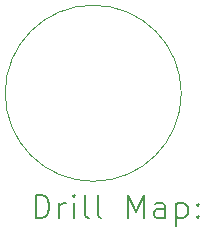
<source format=gbr>
%TF.GenerationSoftware,KiCad,Pcbnew,8.0.6*%
%TF.CreationDate,2025-06-24T12:05:54-05:00*%
%TF.ProjectId,FNIRsV1,464e4952-7356-4312-9e6b-696361645f70,rev?*%
%TF.SameCoordinates,Original*%
%TF.FileFunction,Drillmap*%
%TF.FilePolarity,Positive*%
%FSLAX45Y45*%
G04 Gerber Fmt 4.5, Leading zero omitted, Abs format (unit mm)*
G04 Created by KiCad (PCBNEW 8.0.6) date 2025-06-24 12:05:54*
%MOMM*%
%LPD*%
G01*
G04 APERTURE LIST*
%ADD10C,0.050000*%
%ADD11C,0.200000*%
G04 APERTURE END LIST*
D10*
X14352046Y-7867695D02*
G75*
G02*
X12861057Y-7867695I-745495J0D01*
G01*
X12861057Y-7867695D02*
G75*
G02*
X14352046Y-7867695I745495J0D01*
G01*
D11*
X13119333Y-8927174D02*
X13119333Y-8727174D01*
X13119333Y-8727174D02*
X13166952Y-8727174D01*
X13166952Y-8727174D02*
X13195524Y-8736698D01*
X13195524Y-8736698D02*
X13214572Y-8755745D01*
X13214572Y-8755745D02*
X13224095Y-8774793D01*
X13224095Y-8774793D02*
X13233619Y-8812888D01*
X13233619Y-8812888D02*
X13233619Y-8841460D01*
X13233619Y-8841460D02*
X13224095Y-8879555D01*
X13224095Y-8879555D02*
X13214572Y-8898602D01*
X13214572Y-8898602D02*
X13195524Y-8917650D01*
X13195524Y-8917650D02*
X13166952Y-8927174D01*
X13166952Y-8927174D02*
X13119333Y-8927174D01*
X13319333Y-8927174D02*
X13319333Y-8793841D01*
X13319333Y-8831936D02*
X13328857Y-8812888D01*
X13328857Y-8812888D02*
X13338381Y-8803364D01*
X13338381Y-8803364D02*
X13357429Y-8793841D01*
X13357429Y-8793841D02*
X13376476Y-8793841D01*
X13443143Y-8927174D02*
X13443143Y-8793841D01*
X13443143Y-8727174D02*
X13433619Y-8736698D01*
X13433619Y-8736698D02*
X13443143Y-8746222D01*
X13443143Y-8746222D02*
X13452667Y-8736698D01*
X13452667Y-8736698D02*
X13443143Y-8727174D01*
X13443143Y-8727174D02*
X13443143Y-8746222D01*
X13566952Y-8927174D02*
X13547905Y-8917650D01*
X13547905Y-8917650D02*
X13538381Y-8898602D01*
X13538381Y-8898602D02*
X13538381Y-8727174D01*
X13671714Y-8927174D02*
X13652667Y-8917650D01*
X13652667Y-8917650D02*
X13643143Y-8898602D01*
X13643143Y-8898602D02*
X13643143Y-8727174D01*
X13900286Y-8927174D02*
X13900286Y-8727174D01*
X13900286Y-8727174D02*
X13966953Y-8870031D01*
X13966953Y-8870031D02*
X14033619Y-8727174D01*
X14033619Y-8727174D02*
X14033619Y-8927174D01*
X14214572Y-8927174D02*
X14214572Y-8822412D01*
X14214572Y-8822412D02*
X14205048Y-8803364D01*
X14205048Y-8803364D02*
X14186000Y-8793841D01*
X14186000Y-8793841D02*
X14147905Y-8793841D01*
X14147905Y-8793841D02*
X14128857Y-8803364D01*
X14214572Y-8917650D02*
X14195524Y-8927174D01*
X14195524Y-8927174D02*
X14147905Y-8927174D01*
X14147905Y-8927174D02*
X14128857Y-8917650D01*
X14128857Y-8917650D02*
X14119333Y-8898602D01*
X14119333Y-8898602D02*
X14119333Y-8879555D01*
X14119333Y-8879555D02*
X14128857Y-8860507D01*
X14128857Y-8860507D02*
X14147905Y-8850983D01*
X14147905Y-8850983D02*
X14195524Y-8850983D01*
X14195524Y-8850983D02*
X14214572Y-8841460D01*
X14309810Y-8793841D02*
X14309810Y-8993841D01*
X14309810Y-8803364D02*
X14328857Y-8793841D01*
X14328857Y-8793841D02*
X14366953Y-8793841D01*
X14366953Y-8793841D02*
X14386000Y-8803364D01*
X14386000Y-8803364D02*
X14395524Y-8812888D01*
X14395524Y-8812888D02*
X14405048Y-8831936D01*
X14405048Y-8831936D02*
X14405048Y-8889079D01*
X14405048Y-8889079D02*
X14395524Y-8908126D01*
X14395524Y-8908126D02*
X14386000Y-8917650D01*
X14386000Y-8917650D02*
X14366953Y-8927174D01*
X14366953Y-8927174D02*
X14328857Y-8927174D01*
X14328857Y-8927174D02*
X14309810Y-8917650D01*
X14490762Y-8908126D02*
X14500286Y-8917650D01*
X14500286Y-8917650D02*
X14490762Y-8927174D01*
X14490762Y-8927174D02*
X14481238Y-8917650D01*
X14481238Y-8917650D02*
X14490762Y-8908126D01*
X14490762Y-8908126D02*
X14490762Y-8927174D01*
X14490762Y-8803364D02*
X14500286Y-8812888D01*
X14500286Y-8812888D02*
X14490762Y-8822412D01*
X14490762Y-8822412D02*
X14481238Y-8812888D01*
X14481238Y-8812888D02*
X14490762Y-8803364D01*
X14490762Y-8803364D02*
X14490762Y-8822412D01*
M02*

</source>
